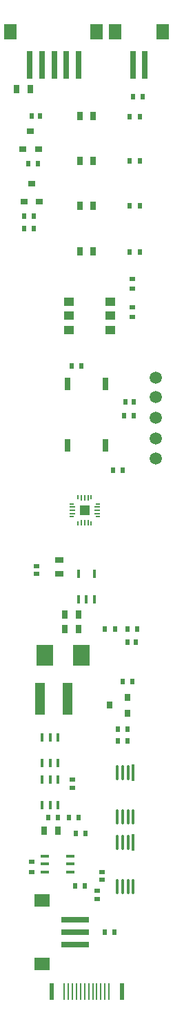
<source format=gtp>
%FSLAX25Y25*%
%MOIN*%
G70*
G01*
G75*
G04 Layer_Color=8421504*
%ADD10C,0.05906*%
%ADD11R,0.02362X0.02756*%
%ADD12R,0.02756X0.02362*%
%ADD13R,0.03150X0.03937*%
%ADD14R,0.03937X0.03150*%
%ADD15R,0.02559X0.02165*%
%ADD16R,0.02165X0.02559*%
%ADD17R,0.03543X0.03150*%
%ADD18R,0.03543X0.03150*%
%ADD19R,0.01575X0.03937*%
%ADD20O,0.01181X0.07874*%
%ADD21R,0.01181X0.07874*%
%ADD22R,0.03937X0.01575*%
%ADD23R,0.02362X0.07874*%
%ADD24R,0.01063X0.07874*%
%ADD25R,0.05118X0.05118*%
%ADD26R,0.00787X0.02362*%
%ADD27R,0.00787X0.03150*%
%ADD28R,0.02362X0.00787*%
%ADD29R,0.03150X0.00787*%
%ADD30R,0.05118X0.15748*%
%ADD31R,0.03150X0.03543*%
%ADD32R,0.03150X0.03543*%
%ADD33R,0.06299X0.07480*%
%ADD34R,0.02756X0.13386*%
%ADD35R,0.02756X0.06102*%
%ADD36R,0.07874X0.10000*%
%ADD37R,0.04724X0.03937*%
%ADD38R,0.07480X0.06299*%
%ADD39R,0.13386X0.02756*%
%ADD40C,0.00787*%
%ADD41C,0.02362*%
%ADD42C,0.01000*%
%ADD43C,0.01575*%
%ADD44C,0.01181*%
%ADD45C,0.01969*%
%ADD46C,0.03150*%
%ADD47C,0.00500*%
%ADD48C,0.00591*%
%ADD49C,0.00394*%
%ADD50C,0.00600*%
%ADD51C,0.00197*%
%ADD52C,0.00709*%
%ADD53C,0.01200*%
D10*
X74810Y-204319D02*
D03*
Y-184520D02*
D03*
Y-214052D02*
D03*
Y-175140D02*
D03*
Y-194340D02*
D03*
D11*
X64320Y-193380D02*
D03*
X59595D02*
D03*
X61268Y-296460D02*
D03*
X65992D02*
D03*
X50358D02*
D03*
X55082D02*
D03*
X63768Y-39450D02*
D03*
X68492D02*
D03*
X54298Y-219680D02*
D03*
X59022D02*
D03*
X38982Y-169340D02*
D03*
X34258D02*
D03*
X62348Y-48890D02*
D03*
X67072D02*
D03*
X62348Y-70460D02*
D03*
X67072D02*
D03*
X62348Y-92070D02*
D03*
X67072D02*
D03*
X62348Y-114340D02*
D03*
X67072D02*
D03*
X56468Y-350356D02*
D03*
X61192D02*
D03*
X22728Y-387421D02*
D03*
X27452D02*
D03*
X56378Y-344666D02*
D03*
X61102D02*
D03*
X32968Y-387431D02*
D03*
X37692D02*
D03*
X41012Y-395201D02*
D03*
X36288D02*
D03*
X58958Y-321776D02*
D03*
X63682D02*
D03*
X55012Y-442710D02*
D03*
X50288D02*
D03*
X40552Y-420550D02*
D03*
X35828D02*
D03*
X15894Y-103000D02*
D03*
X11170D02*
D03*
X13318Y-71650D02*
D03*
X18042D02*
D03*
X15894Y-97050D02*
D03*
X11170D02*
D03*
D12*
X63550Y-145792D02*
D03*
Y-141068D02*
D03*
Y-127488D02*
D03*
Y-132212D02*
D03*
X14900Y-408858D02*
D03*
Y-413582D02*
D03*
D13*
X30874Y-289490D02*
D03*
X37567D02*
D03*
X27437Y-393631D02*
D03*
X20744D02*
D03*
X38137Y-113903D02*
D03*
X44436D02*
D03*
X38137Y-92073D02*
D03*
X44436D02*
D03*
X38127Y-70423D02*
D03*
X44426D02*
D03*
X38137Y-48833D02*
D03*
X44436D02*
D03*
X30913Y-296270D02*
D03*
X37606D02*
D03*
X7664Y-35630D02*
D03*
X14356D02*
D03*
D14*
X28150Y-263154D02*
D03*
Y-269847D02*
D03*
D15*
X34400Y-369044D02*
D03*
Y-372981D02*
D03*
X17330Y-265903D02*
D03*
Y-269840D02*
D03*
X46570Y-426757D02*
D03*
Y-422820D02*
D03*
X48810Y-417517D02*
D03*
Y-413580D02*
D03*
D16*
X60283Y-186580D02*
D03*
X64220D02*
D03*
X65197Y-302680D02*
D03*
X61260D02*
D03*
X18947Y-48560D02*
D03*
X15010D02*
D03*
D17*
X14310Y-56150D02*
D03*
X10570Y-64811D02*
D03*
X14910Y-81250D02*
D03*
X11170Y-89911D02*
D03*
D18*
X18050Y-64811D02*
D03*
X18650Y-89911D02*
D03*
D19*
X27480Y-348858D02*
D03*
X20000D02*
D03*
X23740D02*
D03*
Y-361063D02*
D03*
X20000D02*
D03*
X27480D02*
D03*
X20000Y-381243D02*
D03*
X27480D02*
D03*
X23740D02*
D03*
Y-369038D02*
D03*
X27480D02*
D03*
X20000D02*
D03*
X37570Y-269828D02*
D03*
X45050D02*
D03*
X41310Y-282032D02*
D03*
X45050D02*
D03*
X37570D02*
D03*
D20*
X56261Y-387117D02*
D03*
X58821D02*
D03*
X61380D02*
D03*
X63939D02*
D03*
X56261Y-365857D02*
D03*
X58821D02*
D03*
X61380D02*
D03*
X56261Y-420657D02*
D03*
X58821D02*
D03*
X61380D02*
D03*
X63939D02*
D03*
X56261Y-399397D02*
D03*
X58821D02*
D03*
X61380D02*
D03*
D21*
X63939Y-365857D02*
D03*
Y-399397D02*
D03*
D22*
X21278Y-406120D02*
D03*
Y-413600D02*
D03*
Y-409860D02*
D03*
X33482D02*
D03*
Y-413600D02*
D03*
Y-406120D02*
D03*
D23*
X58438Y-471340D02*
D03*
X24422D02*
D03*
D24*
X52257D02*
D03*
X50288D02*
D03*
X48320D02*
D03*
X46351D02*
D03*
X44383D02*
D03*
X40446D02*
D03*
X38477D02*
D03*
X36509D02*
D03*
X34540D02*
D03*
X32572D02*
D03*
X30603D02*
D03*
X42414D02*
D03*
D25*
X40494Y-239053D02*
D03*
D26*
X43644Y-245352D02*
D03*
X37345D02*
D03*
Y-232754D02*
D03*
X43644D02*
D03*
D27*
X42069Y-244959D02*
D03*
X40494D02*
D03*
X38920D02*
D03*
Y-233148D02*
D03*
X40494D02*
D03*
X42069D02*
D03*
D28*
X34195Y-242203D02*
D03*
Y-235904D02*
D03*
X46794D02*
D03*
Y-242203D02*
D03*
D29*
X34589Y-240628D02*
D03*
Y-239053D02*
D03*
Y-237478D02*
D03*
X46400D02*
D03*
Y-239053D02*
D03*
Y-240628D02*
D03*
D30*
X18869Y-329973D02*
D03*
X32254D02*
D03*
D31*
X52530Y-333196D02*
D03*
X61191Y-336936D02*
D03*
D32*
Y-329455D02*
D03*
D33*
X78067Y-8120D02*
D03*
X55272D02*
D03*
X46183Y-8049D02*
D03*
X4687D02*
D03*
D34*
X69642Y-24098D02*
D03*
X63736D02*
D03*
X13978Y-24027D02*
D03*
X19884D02*
D03*
X25789D02*
D03*
X31695D02*
D03*
X37600D02*
D03*
D35*
X50394Y-177953D02*
D03*
Y-207677D02*
D03*
X32283Y-177953D02*
D03*
Y-207677D02*
D03*
D36*
X39040Y-308960D02*
D03*
X21324D02*
D03*
D37*
X33031Y-152070D02*
D03*
Y-145180D02*
D03*
X52716Y-152070D02*
D03*
Y-145180D02*
D03*
Y-138290D02*
D03*
X33031D02*
D03*
D38*
X19800Y-457890D02*
D03*
Y-427457D02*
D03*
D39*
X35778Y-436748D02*
D03*
Y-442654D02*
D03*
Y-448559D02*
D03*
M02*

</source>
